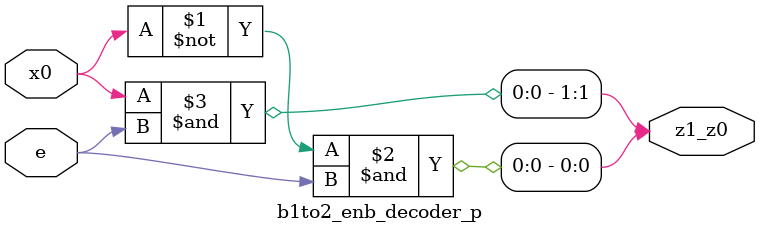
<source format=v>
module b1to2_enb_decoder(x0, e, z1_z0);
	input x0;
	input e;
	output[1:0] z1_z0;

	assign z1_z0 = ({e, x0} == 'B10) ? 'B01:
								 ({e, x0} == 'B11) ? 'B10:
								 /* 	don't care	*/ 'B00;
endmodule

// implementazione a porte logiche
module b1to2_enb_decoder_p(x0, e, z1_z0);
	input x0;
	input e;
	output[1:0] z1_z0;

	assign z1_z0[0] = ~x0 & e;
	assign z1_z0[1] = x0 & e;
endmodule

</source>
